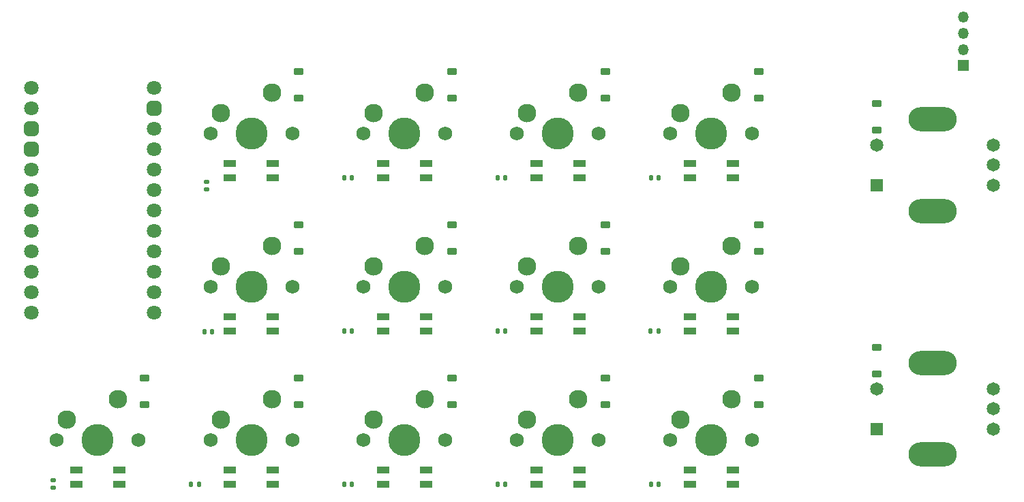
<source format=gbr>
%TF.GenerationSoftware,KiCad,Pcbnew,7.0.2*%
%TF.CreationDate,2023-08-21T12:10:16-07:00*%
%TF.ProjectId,Macropad_Project,4d616372-6f70-4616-945f-50726f6a6563,rev?*%
%TF.SameCoordinates,Original*%
%TF.FileFunction,Soldermask,Bot*%
%TF.FilePolarity,Negative*%
%FSLAX46Y46*%
G04 Gerber Fmt 4.6, Leading zero omitted, Abs format (unit mm)*
G04 Created by KiCad (PCBNEW 7.0.2) date 2023-08-21 12:10:16*
%MOMM*%
%LPD*%
G01*
G04 APERTURE LIST*
G04 Aperture macros list*
%AMRoundRect*
0 Rectangle with rounded corners*
0 $1 Rounding radius*
0 $2 $3 $4 $5 $6 $7 $8 $9 X,Y pos of 4 corners*
0 Add a 4 corners polygon primitive as box body*
4,1,4,$2,$3,$4,$5,$6,$7,$8,$9,$2,$3,0*
0 Add four circle primitives for the rounded corners*
1,1,$1+$1,$2,$3*
1,1,$1+$1,$4,$5*
1,1,$1+$1,$6,$7*
1,1,$1+$1,$8,$9*
0 Add four rect primitives between the rounded corners*
20,1,$1+$1,$2,$3,$4,$5,0*
20,1,$1+$1,$4,$5,$6,$7,0*
20,1,$1+$1,$6,$7,$8,$9,0*
20,1,$1+$1,$8,$9,$2,$3,0*%
G04 Aperture macros list end*
%ADD10C,1.750000*%
%ADD11C,3.987800*%
%ADD12C,2.300000*%
%ADD13R,1.650000X1.650000*%
%ADD14C,1.650000*%
%ADD15O,6.000000X3.000000*%
%ADD16C,1.800000*%
%ADD17RoundRect,0.450000X-0.450000X-0.450000X0.450000X-0.450000X0.450000X0.450000X-0.450000X0.450000X0*%
%ADD18R,1.600000X0.850000*%
%ADD19RoundRect,0.225000X-0.375000X0.225000X-0.375000X-0.225000X0.375000X-0.225000X0.375000X0.225000X0*%
%ADD20RoundRect,0.140000X-0.140000X-0.170000X0.140000X-0.170000X0.140000X0.170000X-0.140000X0.170000X0*%
%ADD21O,1.350000X1.350000*%
%ADD22R,1.350000X1.350000*%
%ADD23RoundRect,0.140000X-0.170000X0.140000X-0.170000X-0.140000X0.170000X-0.140000X0.170000X0.140000X0*%
G04 APERTURE END LIST*
D10*
%TO.C,MX14*%
X108570000Y-72050000D03*
D11*
X113650000Y-72050000D03*
D10*
X118730000Y-72050000D03*
D12*
X109840000Y-69510000D03*
X116190000Y-66970000D03*
%TD*%
D10*
%TO.C,MX13*%
X89520000Y-72050000D03*
D11*
X94600000Y-72050000D03*
D10*
X99680000Y-72050000D03*
D12*
X90790000Y-69510000D03*
X97140000Y-66970000D03*
%TD*%
D10*
%TO.C,MX7*%
X89520000Y-53000000D03*
D11*
X94600000Y-53000000D03*
D10*
X99680000Y-53000000D03*
D12*
X90790000Y-50460000D03*
X97140000Y-47920000D03*
%TD*%
D10*
%TO.C,MX9*%
X127620000Y-53000000D03*
D11*
X132700000Y-53000000D03*
D10*
X137780000Y-53000000D03*
D12*
X128890000Y-50460000D03*
X135240000Y-47920000D03*
%TD*%
D10*
%TO.C,MX2*%
X89520000Y-33970000D03*
D11*
X94600000Y-33970000D03*
D10*
X99680000Y-33970000D03*
D12*
X90790000Y-31430000D03*
X97140000Y-28890000D03*
%TD*%
D13*
%TO.C,MT10*%
X153200000Y-70660000D03*
D14*
X153200000Y-65660000D03*
X167700000Y-70660000D03*
X167700000Y-65660000D03*
X167700000Y-68160000D03*
D15*
X160200000Y-73860000D03*
X160200000Y-62460000D03*
%TD*%
D12*
%TO.C,MX11*%
X59040000Y-66970000D03*
X52690000Y-69510000D03*
D10*
X61580000Y-72050000D03*
D11*
X56500000Y-72050000D03*
D10*
X51420000Y-72050000D03*
%TD*%
D13*
%TO.C,MT5*%
X153210000Y-40360000D03*
D14*
X153210000Y-35360000D03*
X167710000Y-40360000D03*
X167710000Y-35360000D03*
X167710000Y-37860000D03*
D15*
X160210000Y-43560000D03*
X160210000Y-32160000D03*
%TD*%
D10*
%TO.C,MX3*%
X108570000Y-33970000D03*
D11*
X113650000Y-33970000D03*
D10*
X118730000Y-33970000D03*
D12*
X109840000Y-31430000D03*
X116190000Y-28890000D03*
%TD*%
D10*
%TO.C,MX8*%
X108570000Y-53000000D03*
D11*
X113650000Y-53000000D03*
D10*
X118730000Y-53000000D03*
D12*
X109840000Y-50460000D03*
X116190000Y-47920000D03*
%TD*%
D10*
%TO.C,MX15*%
X127620000Y-72050000D03*
D11*
X132700000Y-72050000D03*
D10*
X137780000Y-72050000D03*
D12*
X128890000Y-69510000D03*
X135240000Y-66970000D03*
%TD*%
D10*
%TO.C,MX12*%
X70480000Y-72050000D03*
D11*
X75560000Y-72050000D03*
D10*
X80640000Y-72050000D03*
D12*
X71750000Y-69510000D03*
X78100000Y-66970000D03*
%TD*%
D10*
%TO.C,MX4*%
X127620000Y-33970000D03*
D11*
X132700000Y-33970000D03*
D10*
X137780000Y-33970000D03*
D12*
X128890000Y-31430000D03*
X135240000Y-28890000D03*
%TD*%
D16*
%TO.C,U1*%
X48285000Y-28300000D03*
X48285000Y-30840000D03*
D17*
X48285000Y-33380000D03*
X48285000Y-35920000D03*
D16*
X48285000Y-38460000D03*
X48285000Y-41000000D03*
X48285000Y-43540000D03*
X48285000Y-46080000D03*
X48285000Y-48620000D03*
X48285000Y-51160000D03*
X48285000Y-53700000D03*
X48285000Y-56240000D03*
X63525000Y-28300000D03*
D17*
X63525000Y-30840000D03*
D16*
X63525000Y-33380000D03*
X63525000Y-35920000D03*
X63525000Y-38460000D03*
X63525000Y-41000000D03*
X63525000Y-43540000D03*
X63525000Y-46080000D03*
X63525000Y-48620000D03*
X63525000Y-51160000D03*
X63525000Y-53700000D03*
X63525000Y-56240000D03*
%TD*%
D12*
%TO.C,MX6*%
X78100000Y-47920000D03*
X71750000Y-50460000D03*
D10*
X80640000Y-53000000D03*
D11*
X75560000Y-53000000D03*
D10*
X70480000Y-53000000D03*
%TD*%
%TO.C,MX1*%
X70480000Y-33970000D03*
D11*
X75560000Y-33970000D03*
D10*
X80640000Y-33970000D03*
D12*
X71750000Y-31430000D03*
X78100000Y-28890000D03*
%TD*%
D18*
%TO.C,RGB3*%
X97232500Y-37707500D03*
X97232500Y-39457500D03*
X91932500Y-39482500D03*
X91932500Y-37707500D03*
%TD*%
%TO.C,RGB4*%
X78192500Y-37707500D03*
X78192500Y-39457500D03*
X72892500Y-39482500D03*
X72892500Y-37707500D03*
%TD*%
D19*
%TO.C,D3*%
X119500000Y-26250000D03*
X119500000Y-29550000D03*
%TD*%
%TO.C,D7*%
X100450000Y-45302500D03*
X100450000Y-48602500D03*
%TD*%
%TO.C,D13*%
X100450000Y-64352500D03*
X100450000Y-67652500D03*
%TD*%
D20*
%TO.C,C10*%
X106170000Y-77562500D03*
X107130000Y-77562500D03*
%TD*%
D19*
%TO.C,D2*%
X100450000Y-26250000D03*
X100450000Y-29550000D03*
%TD*%
D18*
%TO.C,RGB6*%
X116282500Y-56737500D03*
X116282500Y-58487500D03*
X110982500Y-58512500D03*
X110982500Y-56737500D03*
%TD*%
D19*
%TO.C,D9*%
X138550000Y-45302500D03*
X138550000Y-48602500D03*
%TD*%
D18*
%TO.C,RGB9*%
X135332500Y-75787500D03*
X135332500Y-77537500D03*
X130032500Y-77562500D03*
X130032500Y-75787500D03*
%TD*%
D19*
%TO.C,D5*%
X153210000Y-30232500D03*
X153210000Y-33532500D03*
%TD*%
D18*
%TO.C,RGB11*%
X97232500Y-75787500D03*
X97232500Y-77537500D03*
X91932500Y-77562500D03*
X91932500Y-75787500D03*
%TD*%
%TO.C,RGB10*%
X116282500Y-75787500D03*
X116282500Y-77537500D03*
X110982500Y-77562500D03*
X110982500Y-75787500D03*
%TD*%
%TO.C,RGB5*%
X135332500Y-56737500D03*
X135332500Y-58487500D03*
X130032500Y-58512500D03*
X130032500Y-56737500D03*
%TD*%
D19*
%TO.C,D1*%
X81400000Y-26250000D03*
X81400000Y-29550000D03*
%TD*%
%TO.C,D15*%
X138550000Y-64352500D03*
X138550000Y-67652500D03*
%TD*%
D18*
%TO.C,RGB13*%
X59132500Y-75787500D03*
X59132500Y-77537500D03*
X53832500Y-77562500D03*
X53832500Y-75787500D03*
%TD*%
D20*
%TO.C,C9*%
X125220000Y-77562500D03*
X126180000Y-77562500D03*
%TD*%
%TO.C,C5*%
X69720000Y-58600000D03*
X70680000Y-58600000D03*
%TD*%
%TO.C,C1*%
X125220000Y-39482500D03*
X126180000Y-39482500D03*
%TD*%
D18*
%TO.C,RGB12*%
X78192500Y-75787500D03*
X78192500Y-77537500D03*
X72892500Y-77562500D03*
X72892500Y-75787500D03*
%TD*%
D21*
%TO.C,J1*%
X164000000Y-19500000D03*
X164000000Y-21500000D03*
X164000000Y-23500000D03*
D22*
X164000000Y-25500000D03*
%TD*%
D20*
%TO.C,C7*%
X106120000Y-58487500D03*
X107080000Y-58487500D03*
%TD*%
D19*
%TO.C,D6*%
X81400000Y-45302500D03*
X81400000Y-48602500D03*
%TD*%
%TO.C,D4*%
X138550000Y-26250000D03*
X138550000Y-29550000D03*
%TD*%
%TO.C,D8*%
X119500000Y-45302500D03*
X119500000Y-48602500D03*
%TD*%
D20*
%TO.C,C2*%
X106170000Y-39482500D03*
X107130000Y-39482500D03*
%TD*%
%TO.C,C8*%
X125160000Y-58487500D03*
X126120000Y-58487500D03*
%TD*%
D19*
%TO.C,D10*%
X153200000Y-60532500D03*
X153200000Y-63832500D03*
%TD*%
%TO.C,D14*%
X119500000Y-64352500D03*
X119500000Y-67652500D03*
%TD*%
D20*
%TO.C,C12*%
X68080000Y-77562500D03*
X69040000Y-77562500D03*
%TD*%
D19*
%TO.C,D12*%
X81400000Y-64352500D03*
X81400000Y-67652500D03*
%TD*%
%TO.C,D11*%
X62300000Y-64352500D03*
X62300000Y-67652500D03*
%TD*%
D18*
%TO.C,RGB1*%
X135332500Y-37707500D03*
X135332500Y-39457500D03*
X130032500Y-39482500D03*
X130032500Y-37707500D03*
%TD*%
D23*
%TO.C,C4*%
X70000000Y-39920000D03*
X70000000Y-40880000D03*
%TD*%
D20*
%TO.C,C3*%
X87120000Y-39482500D03*
X88080000Y-39482500D03*
%TD*%
D18*
%TO.C,RGB2*%
X116282500Y-37707500D03*
X116282500Y-39457500D03*
X110982500Y-39482500D03*
X110982500Y-37707500D03*
%TD*%
D20*
%TO.C,C11*%
X87120000Y-77562500D03*
X88080000Y-77562500D03*
%TD*%
D18*
%TO.C,RGB8*%
X78192500Y-56737500D03*
X78192500Y-58487500D03*
X72892500Y-58512500D03*
X72892500Y-56737500D03*
%TD*%
D20*
%TO.C,C6*%
X87070000Y-58487500D03*
X88030000Y-58487500D03*
%TD*%
D18*
%TO.C,RGB7*%
X97232500Y-56737500D03*
X97232500Y-58487500D03*
X91932500Y-58512500D03*
X91932500Y-56737500D03*
%TD*%
D23*
%TO.C,C13*%
X51000000Y-77020000D03*
X51000000Y-77980000D03*
%TD*%
M02*

</source>
